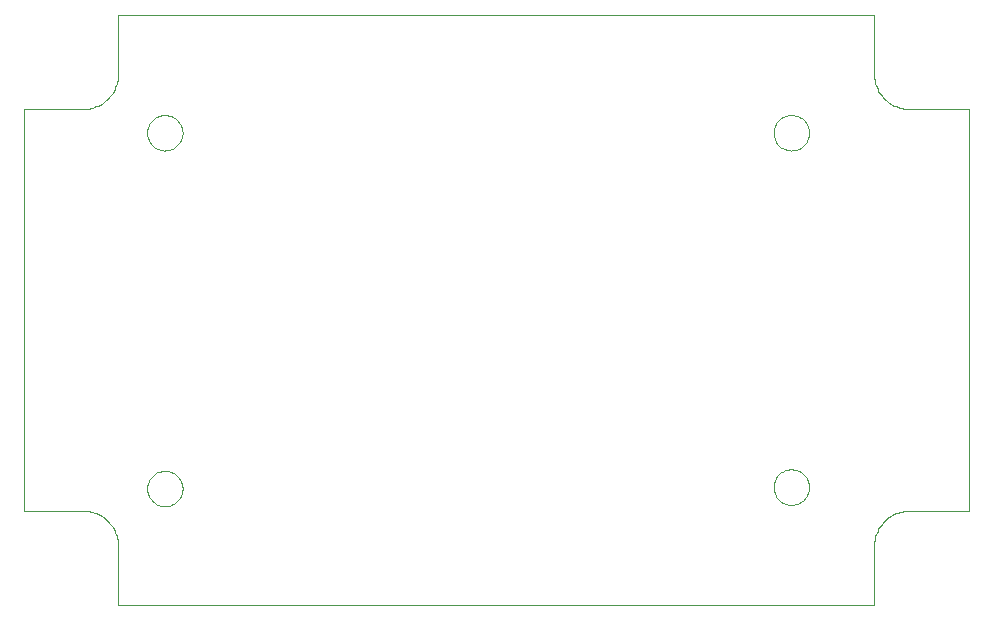
<source format=gko>
G75*
G70*
%OFA0B0*%
%FSLAX24Y24*%
%IPPOS*%
%LPD*%
%AMOC8*
5,1,8,0,0,1.08239X$1,22.5*
%
%ADD10C,0.0000*%
D10*
X003250Y000100D02*
X003250Y002069D01*
X003248Y002135D01*
X003243Y002201D01*
X003233Y002267D01*
X003220Y002332D01*
X003204Y002396D01*
X003184Y002459D01*
X003160Y002521D01*
X003133Y002581D01*
X003103Y002640D01*
X003069Y002697D01*
X003032Y002752D01*
X002992Y002805D01*
X002950Y002856D01*
X002904Y002904D01*
X002856Y002950D01*
X002805Y002992D01*
X002752Y003032D01*
X002697Y003069D01*
X002640Y003103D01*
X002581Y003133D01*
X002521Y003160D01*
X002459Y003184D01*
X002396Y003204D01*
X002332Y003220D01*
X002267Y003233D01*
X002201Y003243D01*
X002135Y003248D01*
X002069Y003250D01*
X000100Y003250D01*
X000100Y016635D01*
X002069Y016635D01*
X002069Y016636D02*
X002135Y016638D01*
X002201Y016643D01*
X002267Y016653D01*
X002332Y016666D01*
X002396Y016682D01*
X002459Y016702D01*
X002521Y016726D01*
X002581Y016753D01*
X002640Y016783D01*
X002697Y016817D01*
X002752Y016854D01*
X002805Y016894D01*
X002856Y016936D01*
X002904Y016982D01*
X002950Y017030D01*
X002992Y017081D01*
X003032Y017134D01*
X003069Y017189D01*
X003103Y017246D01*
X003133Y017305D01*
X003160Y017365D01*
X003184Y017427D01*
X003204Y017490D01*
X003220Y017554D01*
X003233Y017619D01*
X003243Y017685D01*
X003248Y017751D01*
X003250Y017817D01*
X003250Y019785D01*
X028446Y019785D01*
X028446Y017817D01*
X028447Y017817D02*
X028449Y017751D01*
X028454Y017685D01*
X028464Y017619D01*
X028477Y017554D01*
X028493Y017490D01*
X028513Y017427D01*
X028537Y017365D01*
X028564Y017305D01*
X028594Y017246D01*
X028628Y017189D01*
X028665Y017134D01*
X028705Y017081D01*
X028747Y017030D01*
X028793Y016982D01*
X028841Y016936D01*
X028892Y016894D01*
X028945Y016854D01*
X029000Y016817D01*
X029057Y016783D01*
X029116Y016753D01*
X029176Y016726D01*
X029238Y016702D01*
X029301Y016682D01*
X029365Y016666D01*
X029430Y016653D01*
X029496Y016643D01*
X029562Y016638D01*
X029628Y016636D01*
X029628Y016635D02*
X031596Y016635D01*
X031596Y003250D01*
X029628Y003250D01*
X029562Y003248D01*
X029496Y003243D01*
X029430Y003233D01*
X029365Y003220D01*
X029301Y003204D01*
X029238Y003184D01*
X029176Y003160D01*
X029116Y003133D01*
X029057Y003103D01*
X029000Y003069D01*
X028945Y003032D01*
X028892Y002992D01*
X028841Y002950D01*
X028793Y002904D01*
X028747Y002856D01*
X028705Y002805D01*
X028665Y002752D01*
X028628Y002697D01*
X028594Y002640D01*
X028564Y002581D01*
X028537Y002521D01*
X028513Y002459D01*
X028493Y002396D01*
X028477Y002332D01*
X028464Y002267D01*
X028454Y002201D01*
X028449Y002135D01*
X028447Y002069D01*
X028446Y002069D02*
X028446Y000100D01*
X003250Y000100D01*
X004215Y003987D02*
X004217Y004035D01*
X004223Y004083D01*
X004233Y004130D01*
X004246Y004176D01*
X004264Y004221D01*
X004284Y004265D01*
X004309Y004307D01*
X004337Y004346D01*
X004367Y004383D01*
X004401Y004417D01*
X004438Y004449D01*
X004476Y004478D01*
X004517Y004503D01*
X004560Y004525D01*
X004605Y004543D01*
X004651Y004557D01*
X004698Y004568D01*
X004746Y004575D01*
X004794Y004578D01*
X004842Y004577D01*
X004890Y004572D01*
X004938Y004563D01*
X004984Y004551D01*
X005029Y004534D01*
X005073Y004514D01*
X005115Y004491D01*
X005155Y004464D01*
X005193Y004434D01*
X005228Y004401D01*
X005260Y004365D01*
X005290Y004327D01*
X005316Y004286D01*
X005338Y004243D01*
X005358Y004199D01*
X005373Y004154D01*
X005385Y004107D01*
X005393Y004059D01*
X005397Y004011D01*
X005397Y003963D01*
X005393Y003915D01*
X005385Y003867D01*
X005373Y003820D01*
X005358Y003775D01*
X005338Y003731D01*
X005316Y003688D01*
X005290Y003647D01*
X005260Y003609D01*
X005228Y003573D01*
X005193Y003540D01*
X005155Y003510D01*
X005115Y003483D01*
X005073Y003460D01*
X005029Y003440D01*
X004984Y003423D01*
X004938Y003411D01*
X004890Y003402D01*
X004842Y003397D01*
X004794Y003396D01*
X004746Y003399D01*
X004698Y003406D01*
X004651Y003417D01*
X004605Y003431D01*
X004560Y003449D01*
X004517Y003471D01*
X004476Y003496D01*
X004438Y003525D01*
X004401Y003557D01*
X004367Y003591D01*
X004337Y003628D01*
X004309Y003667D01*
X004284Y003709D01*
X004264Y003753D01*
X004246Y003798D01*
X004233Y003844D01*
X004223Y003891D01*
X004217Y003939D01*
X004215Y003987D01*
X004215Y015848D02*
X004217Y015896D01*
X004223Y015944D01*
X004233Y015991D01*
X004246Y016037D01*
X004264Y016082D01*
X004284Y016126D01*
X004309Y016168D01*
X004337Y016207D01*
X004367Y016244D01*
X004401Y016278D01*
X004438Y016310D01*
X004476Y016339D01*
X004517Y016364D01*
X004560Y016386D01*
X004605Y016404D01*
X004651Y016418D01*
X004698Y016429D01*
X004746Y016436D01*
X004794Y016439D01*
X004842Y016438D01*
X004890Y016433D01*
X004938Y016424D01*
X004984Y016412D01*
X005029Y016395D01*
X005073Y016375D01*
X005115Y016352D01*
X005155Y016325D01*
X005193Y016295D01*
X005228Y016262D01*
X005260Y016226D01*
X005290Y016188D01*
X005316Y016147D01*
X005338Y016104D01*
X005358Y016060D01*
X005373Y016015D01*
X005385Y015968D01*
X005393Y015920D01*
X005397Y015872D01*
X005397Y015824D01*
X005393Y015776D01*
X005385Y015728D01*
X005373Y015681D01*
X005358Y015636D01*
X005338Y015592D01*
X005316Y015549D01*
X005290Y015508D01*
X005260Y015470D01*
X005228Y015434D01*
X005193Y015401D01*
X005155Y015371D01*
X005115Y015344D01*
X005073Y015321D01*
X005029Y015301D01*
X004984Y015284D01*
X004938Y015272D01*
X004890Y015263D01*
X004842Y015258D01*
X004794Y015257D01*
X004746Y015260D01*
X004698Y015267D01*
X004651Y015278D01*
X004605Y015292D01*
X004560Y015310D01*
X004517Y015332D01*
X004476Y015357D01*
X004438Y015386D01*
X004401Y015418D01*
X004367Y015452D01*
X004337Y015489D01*
X004309Y015528D01*
X004284Y015570D01*
X004264Y015614D01*
X004246Y015659D01*
X004233Y015705D01*
X004223Y015752D01*
X004217Y015800D01*
X004215Y015848D01*
X025100Y015848D02*
X025102Y015896D01*
X025108Y015944D01*
X025118Y015991D01*
X025131Y016037D01*
X025149Y016082D01*
X025169Y016126D01*
X025194Y016168D01*
X025222Y016207D01*
X025252Y016244D01*
X025286Y016278D01*
X025323Y016310D01*
X025361Y016339D01*
X025402Y016364D01*
X025445Y016386D01*
X025490Y016404D01*
X025536Y016418D01*
X025583Y016429D01*
X025631Y016436D01*
X025679Y016439D01*
X025727Y016438D01*
X025775Y016433D01*
X025823Y016424D01*
X025869Y016412D01*
X025914Y016395D01*
X025958Y016375D01*
X026000Y016352D01*
X026040Y016325D01*
X026078Y016295D01*
X026113Y016262D01*
X026145Y016226D01*
X026175Y016188D01*
X026201Y016147D01*
X026223Y016104D01*
X026243Y016060D01*
X026258Y016015D01*
X026270Y015968D01*
X026278Y015920D01*
X026282Y015872D01*
X026282Y015824D01*
X026278Y015776D01*
X026270Y015728D01*
X026258Y015681D01*
X026243Y015636D01*
X026223Y015592D01*
X026201Y015549D01*
X026175Y015508D01*
X026145Y015470D01*
X026113Y015434D01*
X026078Y015401D01*
X026040Y015371D01*
X026000Y015344D01*
X025958Y015321D01*
X025914Y015301D01*
X025869Y015284D01*
X025823Y015272D01*
X025775Y015263D01*
X025727Y015258D01*
X025679Y015257D01*
X025631Y015260D01*
X025583Y015267D01*
X025536Y015278D01*
X025490Y015292D01*
X025445Y015310D01*
X025402Y015332D01*
X025361Y015357D01*
X025323Y015386D01*
X025286Y015418D01*
X025252Y015452D01*
X025222Y015489D01*
X025194Y015528D01*
X025169Y015570D01*
X025149Y015614D01*
X025131Y015659D01*
X025118Y015705D01*
X025108Y015752D01*
X025102Y015800D01*
X025100Y015848D01*
X025100Y004037D02*
X025102Y004085D01*
X025108Y004133D01*
X025118Y004180D01*
X025131Y004226D01*
X025149Y004271D01*
X025169Y004315D01*
X025194Y004357D01*
X025222Y004396D01*
X025252Y004433D01*
X025286Y004467D01*
X025323Y004499D01*
X025361Y004528D01*
X025402Y004553D01*
X025445Y004575D01*
X025490Y004593D01*
X025536Y004607D01*
X025583Y004618D01*
X025631Y004625D01*
X025679Y004628D01*
X025727Y004627D01*
X025775Y004622D01*
X025823Y004613D01*
X025869Y004601D01*
X025914Y004584D01*
X025958Y004564D01*
X026000Y004541D01*
X026040Y004514D01*
X026078Y004484D01*
X026113Y004451D01*
X026145Y004415D01*
X026175Y004377D01*
X026201Y004336D01*
X026223Y004293D01*
X026243Y004249D01*
X026258Y004204D01*
X026270Y004157D01*
X026278Y004109D01*
X026282Y004061D01*
X026282Y004013D01*
X026278Y003965D01*
X026270Y003917D01*
X026258Y003870D01*
X026243Y003825D01*
X026223Y003781D01*
X026201Y003738D01*
X026175Y003697D01*
X026145Y003659D01*
X026113Y003623D01*
X026078Y003590D01*
X026040Y003560D01*
X026000Y003533D01*
X025958Y003510D01*
X025914Y003490D01*
X025869Y003473D01*
X025823Y003461D01*
X025775Y003452D01*
X025727Y003447D01*
X025679Y003446D01*
X025631Y003449D01*
X025583Y003456D01*
X025536Y003467D01*
X025490Y003481D01*
X025445Y003499D01*
X025402Y003521D01*
X025361Y003546D01*
X025323Y003575D01*
X025286Y003607D01*
X025252Y003641D01*
X025222Y003678D01*
X025194Y003717D01*
X025169Y003759D01*
X025149Y003803D01*
X025131Y003848D01*
X025118Y003894D01*
X025108Y003941D01*
X025102Y003989D01*
X025100Y004037D01*
M02*

</source>
